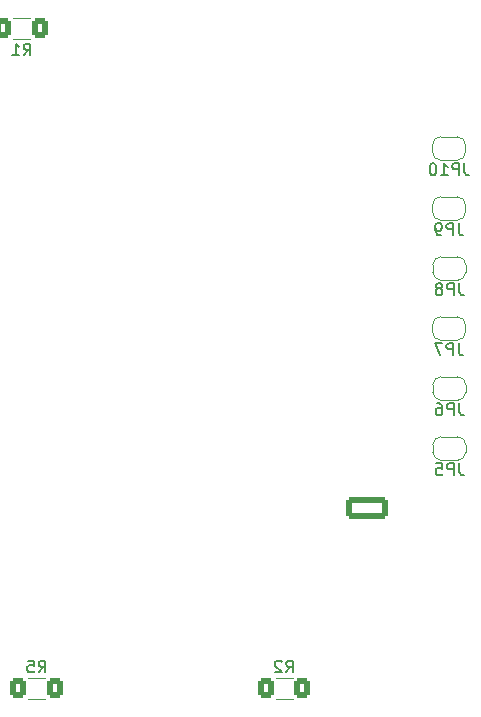
<source format=gbo>
G04 #@! TF.GenerationSoftware,KiCad,Pcbnew,9.0.2-9.0.2-0~ubuntu24.04.1*
G04 #@! TF.CreationDate,2025-08-24T21:10:56+02:00*
G04 #@! TF.ProjectId,unister,756e6973-7465-4722-9e6b-696361645f70,rev?*
G04 #@! TF.SameCoordinates,Original*
G04 #@! TF.FileFunction,Legend,Bot*
G04 #@! TF.FilePolarity,Positive*
%FSLAX46Y46*%
G04 Gerber Fmt 4.6, Leading zero omitted, Abs format (unit mm)*
G04 Created by KiCad (PCBNEW 9.0.2-9.0.2-0~ubuntu24.04.1) date 2025-08-24 21:10:56*
%MOMM*%
%LPD*%
G01*
G04 APERTURE LIST*
G04 Aperture macros list*
%AMRoundRect*
0 Rectangle with rounded corners*
0 $1 Rounding radius*
0 $2 $3 $4 $5 $6 $7 $8 $9 X,Y pos of 4 corners*
0 Add a 4 corners polygon primitive as box body*
4,1,4,$2,$3,$4,$5,$6,$7,$8,$9,$2,$3,0*
0 Add four circle primitives for the rounded corners*
1,1,$1+$1,$2,$3*
1,1,$1+$1,$4,$5*
1,1,$1+$1,$6,$7*
1,1,$1+$1,$8,$9*
0 Add four rect primitives between the rounded corners*
20,1,$1+$1,$2,$3,$4,$5,0*
20,1,$1+$1,$4,$5,$6,$7,0*
20,1,$1+$1,$6,$7,$8,$9,0*
20,1,$1+$1,$8,$9,$2,$3,0*%
%AMFreePoly0*
4,1,23,0.500000,-0.750000,0.000000,-0.750000,0.000000,-0.745722,-0.065263,-0.745722,-0.191342,-0.711940,-0.304381,-0.646677,-0.396677,-0.554381,-0.461940,-0.441342,-0.495722,-0.315263,-0.495722,-0.250000,-0.500000,-0.250000,-0.500000,0.250000,-0.495722,0.250000,-0.495722,0.315263,-0.461940,0.441342,-0.396677,0.554381,-0.304381,0.646677,-0.191342,0.711940,-0.065263,0.745722,0.000000,0.745722,
0.000000,0.750000,0.500000,0.750000,0.500000,-0.750000,0.500000,-0.750000,$1*%
%AMFreePoly1*
4,1,23,0.000000,0.745722,0.065263,0.745722,0.191342,0.711940,0.304381,0.646677,0.396677,0.554381,0.461940,0.441342,0.495722,0.315263,0.495722,0.250000,0.500000,0.250000,0.500000,-0.250000,0.495722,-0.250000,0.495722,-0.315263,0.461940,-0.441342,0.396677,-0.554381,0.304381,-0.646677,0.191342,-0.711940,0.065263,-0.745722,0.000000,-0.745722,0.000000,-0.750000,-0.500000,-0.750000,
-0.500000,0.750000,0.000000,0.750000,0.000000,0.745722,0.000000,0.745722,$1*%
G04 Aperture macros list end*
%ADD10C,0.150000*%
%ADD11C,0.120000*%
%ADD12C,1.600000*%
%ADD13O,1.600000X1.600000*%
%ADD14C,1.524000*%
%ADD15R,2.200000X2.200000*%
%ADD16O,2.200000X2.200000*%
%ADD17C,1.270000*%
%ADD18C,1.400000*%
%ADD19RoundRect,0.250000X1.550000X-0.650000X1.550000X0.650000X-1.550000X0.650000X-1.550000X-0.650000X0*%
%ADD20O,3.600000X1.800000*%
%ADD21RoundRect,0.250000X-0.650000X-1.550000X0.650000X-1.550000X0.650000X1.550000X-0.650000X1.550000X0*%
%ADD22O,1.800000X3.600000*%
%ADD23R,1.500000X1.500000*%
%ADD24C,1.500000*%
%ADD25R,2.500000X2.500000*%
%ADD26O,2.500000X2.500000*%
%ADD27RoundRect,0.500000X0.900000X-0.500000X0.900000X0.500000X-0.900000X0.500000X-0.900000X-0.500000X0*%
%ADD28O,2.800000X2.000000*%
%ADD29C,2.200000*%
%ADD30R,2.400000X2.400000*%
%ADD31O,2.400000X2.400000*%
%ADD32R,1.800000X1.800000*%
%ADD33C,1.800000*%
%ADD34RoundRect,0.650000X-0.650000X0.650000X-0.650000X-0.650000X0.650000X-0.650000X0.650000X0.650000X0*%
%ADD35C,2.600000*%
%ADD36R,2.000000X2.000000*%
%ADD37C,2.000000*%
%ADD38R,1.600000X1.600000*%
%ADD39FreePoly0,0.000000*%
%ADD40FreePoly1,0.000000*%
%ADD41RoundRect,0.250000X-0.400000X-0.625000X0.400000X-0.625000X0.400000X0.625000X-0.400000X0.625000X0*%
%ADD42RoundRect,0.250000X0.400000X0.625000X-0.400000X0.625000X-0.400000X-0.625000X0.400000X-0.625000X0*%
G04 APERTURE END LIST*
D10*
X221639523Y-66659819D02*
X221639523Y-67374104D01*
X221639523Y-67374104D02*
X221687142Y-67516961D01*
X221687142Y-67516961D02*
X221782380Y-67612200D01*
X221782380Y-67612200D02*
X221925237Y-67659819D01*
X221925237Y-67659819D02*
X222020475Y-67659819D01*
X221163332Y-67659819D02*
X221163332Y-66659819D01*
X221163332Y-66659819D02*
X220782380Y-66659819D01*
X220782380Y-66659819D02*
X220687142Y-66707438D01*
X220687142Y-66707438D02*
X220639523Y-66755057D01*
X220639523Y-66755057D02*
X220591904Y-66850295D01*
X220591904Y-66850295D02*
X220591904Y-66993152D01*
X220591904Y-66993152D02*
X220639523Y-67088390D01*
X220639523Y-67088390D02*
X220687142Y-67136009D01*
X220687142Y-67136009D02*
X220782380Y-67183628D01*
X220782380Y-67183628D02*
X221163332Y-67183628D01*
X219639523Y-67659819D02*
X220210951Y-67659819D01*
X219925237Y-67659819D02*
X219925237Y-66659819D01*
X219925237Y-66659819D02*
X220020475Y-66802676D01*
X220020475Y-66802676D02*
X220115713Y-66897914D01*
X220115713Y-66897914D02*
X220210951Y-66945533D01*
X219020475Y-66659819D02*
X218925237Y-66659819D01*
X218925237Y-66659819D02*
X218829999Y-66707438D01*
X218829999Y-66707438D02*
X218782380Y-66755057D01*
X218782380Y-66755057D02*
X218734761Y-66850295D01*
X218734761Y-66850295D02*
X218687142Y-67040771D01*
X218687142Y-67040771D02*
X218687142Y-67278866D01*
X218687142Y-67278866D02*
X218734761Y-67469342D01*
X218734761Y-67469342D02*
X218782380Y-67564580D01*
X218782380Y-67564580D02*
X218829999Y-67612200D01*
X218829999Y-67612200D02*
X218925237Y-67659819D01*
X218925237Y-67659819D02*
X219020475Y-67659819D01*
X219020475Y-67659819D02*
X219115713Y-67612200D01*
X219115713Y-67612200D02*
X219163332Y-67564580D01*
X219163332Y-67564580D02*
X219210951Y-67469342D01*
X219210951Y-67469342D02*
X219258570Y-67278866D01*
X219258570Y-67278866D02*
X219258570Y-67040771D01*
X219258570Y-67040771D02*
X219210951Y-66850295D01*
X219210951Y-66850295D02*
X219163332Y-66755057D01*
X219163332Y-66755057D02*
X219115713Y-66707438D01*
X219115713Y-66707438D02*
X219020475Y-66659819D01*
X221193333Y-76819819D02*
X221193333Y-77534104D01*
X221193333Y-77534104D02*
X221240952Y-77676961D01*
X221240952Y-77676961D02*
X221336190Y-77772200D01*
X221336190Y-77772200D02*
X221479047Y-77819819D01*
X221479047Y-77819819D02*
X221574285Y-77819819D01*
X220717142Y-77819819D02*
X220717142Y-76819819D01*
X220717142Y-76819819D02*
X220336190Y-76819819D01*
X220336190Y-76819819D02*
X220240952Y-76867438D01*
X220240952Y-76867438D02*
X220193333Y-76915057D01*
X220193333Y-76915057D02*
X220145714Y-77010295D01*
X220145714Y-77010295D02*
X220145714Y-77153152D01*
X220145714Y-77153152D02*
X220193333Y-77248390D01*
X220193333Y-77248390D02*
X220240952Y-77296009D01*
X220240952Y-77296009D02*
X220336190Y-77343628D01*
X220336190Y-77343628D02*
X220717142Y-77343628D01*
X219574285Y-77248390D02*
X219669523Y-77200771D01*
X219669523Y-77200771D02*
X219717142Y-77153152D01*
X219717142Y-77153152D02*
X219764761Y-77057914D01*
X219764761Y-77057914D02*
X219764761Y-77010295D01*
X219764761Y-77010295D02*
X219717142Y-76915057D01*
X219717142Y-76915057D02*
X219669523Y-76867438D01*
X219669523Y-76867438D02*
X219574285Y-76819819D01*
X219574285Y-76819819D02*
X219383809Y-76819819D01*
X219383809Y-76819819D02*
X219288571Y-76867438D01*
X219288571Y-76867438D02*
X219240952Y-76915057D01*
X219240952Y-76915057D02*
X219193333Y-77010295D01*
X219193333Y-77010295D02*
X219193333Y-77057914D01*
X219193333Y-77057914D02*
X219240952Y-77153152D01*
X219240952Y-77153152D02*
X219288571Y-77200771D01*
X219288571Y-77200771D02*
X219383809Y-77248390D01*
X219383809Y-77248390D02*
X219574285Y-77248390D01*
X219574285Y-77248390D02*
X219669523Y-77296009D01*
X219669523Y-77296009D02*
X219717142Y-77343628D01*
X219717142Y-77343628D02*
X219764761Y-77438866D01*
X219764761Y-77438866D02*
X219764761Y-77629342D01*
X219764761Y-77629342D02*
X219717142Y-77724580D01*
X219717142Y-77724580D02*
X219669523Y-77772200D01*
X219669523Y-77772200D02*
X219574285Y-77819819D01*
X219574285Y-77819819D02*
X219383809Y-77819819D01*
X219383809Y-77819819D02*
X219288571Y-77772200D01*
X219288571Y-77772200D02*
X219240952Y-77724580D01*
X219240952Y-77724580D02*
X219193333Y-77629342D01*
X219193333Y-77629342D02*
X219193333Y-77438866D01*
X219193333Y-77438866D02*
X219240952Y-77343628D01*
X219240952Y-77343628D02*
X219288571Y-77296009D01*
X219288571Y-77296009D02*
X219383809Y-77248390D01*
X221163333Y-81899819D02*
X221163333Y-82614104D01*
X221163333Y-82614104D02*
X221210952Y-82756961D01*
X221210952Y-82756961D02*
X221306190Y-82852200D01*
X221306190Y-82852200D02*
X221449047Y-82899819D01*
X221449047Y-82899819D02*
X221544285Y-82899819D01*
X220687142Y-82899819D02*
X220687142Y-81899819D01*
X220687142Y-81899819D02*
X220306190Y-81899819D01*
X220306190Y-81899819D02*
X220210952Y-81947438D01*
X220210952Y-81947438D02*
X220163333Y-81995057D01*
X220163333Y-81995057D02*
X220115714Y-82090295D01*
X220115714Y-82090295D02*
X220115714Y-82233152D01*
X220115714Y-82233152D02*
X220163333Y-82328390D01*
X220163333Y-82328390D02*
X220210952Y-82376009D01*
X220210952Y-82376009D02*
X220306190Y-82423628D01*
X220306190Y-82423628D02*
X220687142Y-82423628D01*
X219782380Y-81899819D02*
X219115714Y-81899819D01*
X219115714Y-81899819D02*
X219544285Y-82899819D01*
X221193333Y-86979819D02*
X221193333Y-87694104D01*
X221193333Y-87694104D02*
X221240952Y-87836961D01*
X221240952Y-87836961D02*
X221336190Y-87932200D01*
X221336190Y-87932200D02*
X221479047Y-87979819D01*
X221479047Y-87979819D02*
X221574285Y-87979819D01*
X220717142Y-87979819D02*
X220717142Y-86979819D01*
X220717142Y-86979819D02*
X220336190Y-86979819D01*
X220336190Y-86979819D02*
X220240952Y-87027438D01*
X220240952Y-87027438D02*
X220193333Y-87075057D01*
X220193333Y-87075057D02*
X220145714Y-87170295D01*
X220145714Y-87170295D02*
X220145714Y-87313152D01*
X220145714Y-87313152D02*
X220193333Y-87408390D01*
X220193333Y-87408390D02*
X220240952Y-87456009D01*
X220240952Y-87456009D02*
X220336190Y-87503628D01*
X220336190Y-87503628D02*
X220717142Y-87503628D01*
X219288571Y-86979819D02*
X219479047Y-86979819D01*
X219479047Y-86979819D02*
X219574285Y-87027438D01*
X219574285Y-87027438D02*
X219621904Y-87075057D01*
X219621904Y-87075057D02*
X219717142Y-87217914D01*
X219717142Y-87217914D02*
X219764761Y-87408390D01*
X219764761Y-87408390D02*
X219764761Y-87789342D01*
X219764761Y-87789342D02*
X219717142Y-87884580D01*
X219717142Y-87884580D02*
X219669523Y-87932200D01*
X219669523Y-87932200D02*
X219574285Y-87979819D01*
X219574285Y-87979819D02*
X219383809Y-87979819D01*
X219383809Y-87979819D02*
X219288571Y-87932200D01*
X219288571Y-87932200D02*
X219240952Y-87884580D01*
X219240952Y-87884580D02*
X219193333Y-87789342D01*
X219193333Y-87789342D02*
X219193333Y-87551247D01*
X219193333Y-87551247D02*
X219240952Y-87456009D01*
X219240952Y-87456009D02*
X219288571Y-87408390D01*
X219288571Y-87408390D02*
X219383809Y-87360771D01*
X219383809Y-87360771D02*
X219574285Y-87360771D01*
X219574285Y-87360771D02*
X219669523Y-87408390D01*
X219669523Y-87408390D02*
X219717142Y-87456009D01*
X219717142Y-87456009D02*
X219764761Y-87551247D01*
X221193333Y-92059819D02*
X221193333Y-92774104D01*
X221193333Y-92774104D02*
X221240952Y-92916961D01*
X221240952Y-92916961D02*
X221336190Y-93012200D01*
X221336190Y-93012200D02*
X221479047Y-93059819D01*
X221479047Y-93059819D02*
X221574285Y-93059819D01*
X220717142Y-93059819D02*
X220717142Y-92059819D01*
X220717142Y-92059819D02*
X220336190Y-92059819D01*
X220336190Y-92059819D02*
X220240952Y-92107438D01*
X220240952Y-92107438D02*
X220193333Y-92155057D01*
X220193333Y-92155057D02*
X220145714Y-92250295D01*
X220145714Y-92250295D02*
X220145714Y-92393152D01*
X220145714Y-92393152D02*
X220193333Y-92488390D01*
X220193333Y-92488390D02*
X220240952Y-92536009D01*
X220240952Y-92536009D02*
X220336190Y-92583628D01*
X220336190Y-92583628D02*
X220717142Y-92583628D01*
X219240952Y-92059819D02*
X219717142Y-92059819D01*
X219717142Y-92059819D02*
X219764761Y-92536009D01*
X219764761Y-92536009D02*
X219717142Y-92488390D01*
X219717142Y-92488390D02*
X219621904Y-92440771D01*
X219621904Y-92440771D02*
X219383809Y-92440771D01*
X219383809Y-92440771D02*
X219288571Y-92488390D01*
X219288571Y-92488390D02*
X219240952Y-92536009D01*
X219240952Y-92536009D02*
X219193333Y-92631247D01*
X219193333Y-92631247D02*
X219193333Y-92869342D01*
X219193333Y-92869342D02*
X219240952Y-92964580D01*
X219240952Y-92964580D02*
X219288571Y-93012200D01*
X219288571Y-93012200D02*
X219383809Y-93059819D01*
X219383809Y-93059819D02*
X219621904Y-93059819D01*
X219621904Y-93059819D02*
X219717142Y-93012200D01*
X219717142Y-93012200D02*
X219764761Y-92964580D01*
X184316666Y-57519819D02*
X184649999Y-57043628D01*
X184888094Y-57519819D02*
X184888094Y-56519819D01*
X184888094Y-56519819D02*
X184507142Y-56519819D01*
X184507142Y-56519819D02*
X184411904Y-56567438D01*
X184411904Y-56567438D02*
X184364285Y-56615057D01*
X184364285Y-56615057D02*
X184316666Y-56710295D01*
X184316666Y-56710295D02*
X184316666Y-56853152D01*
X184316666Y-56853152D02*
X184364285Y-56948390D01*
X184364285Y-56948390D02*
X184411904Y-56996009D01*
X184411904Y-56996009D02*
X184507142Y-57043628D01*
X184507142Y-57043628D02*
X184888094Y-57043628D01*
X183364285Y-57519819D02*
X183935713Y-57519819D01*
X183649999Y-57519819D02*
X183649999Y-56519819D01*
X183649999Y-56519819D02*
X183745237Y-56662676D01*
X183745237Y-56662676D02*
X183840475Y-56757914D01*
X183840475Y-56757914D02*
X183935713Y-56805533D01*
X206541666Y-109759819D02*
X206874999Y-109283628D01*
X207113094Y-109759819D02*
X207113094Y-108759819D01*
X207113094Y-108759819D02*
X206732142Y-108759819D01*
X206732142Y-108759819D02*
X206636904Y-108807438D01*
X206636904Y-108807438D02*
X206589285Y-108855057D01*
X206589285Y-108855057D02*
X206541666Y-108950295D01*
X206541666Y-108950295D02*
X206541666Y-109093152D01*
X206541666Y-109093152D02*
X206589285Y-109188390D01*
X206589285Y-109188390D02*
X206636904Y-109236009D01*
X206636904Y-109236009D02*
X206732142Y-109283628D01*
X206732142Y-109283628D02*
X207113094Y-109283628D01*
X206160713Y-108855057D02*
X206113094Y-108807438D01*
X206113094Y-108807438D02*
X206017856Y-108759819D01*
X206017856Y-108759819D02*
X205779761Y-108759819D01*
X205779761Y-108759819D02*
X205684523Y-108807438D01*
X205684523Y-108807438D02*
X205636904Y-108855057D01*
X205636904Y-108855057D02*
X205589285Y-108950295D01*
X205589285Y-108950295D02*
X205589285Y-109045533D01*
X205589285Y-109045533D02*
X205636904Y-109188390D01*
X205636904Y-109188390D02*
X206208332Y-109759819D01*
X206208332Y-109759819D02*
X205589285Y-109759819D01*
X185586666Y-109759819D02*
X185919999Y-109283628D01*
X186158094Y-109759819D02*
X186158094Y-108759819D01*
X186158094Y-108759819D02*
X185777142Y-108759819D01*
X185777142Y-108759819D02*
X185681904Y-108807438D01*
X185681904Y-108807438D02*
X185634285Y-108855057D01*
X185634285Y-108855057D02*
X185586666Y-108950295D01*
X185586666Y-108950295D02*
X185586666Y-109093152D01*
X185586666Y-109093152D02*
X185634285Y-109188390D01*
X185634285Y-109188390D02*
X185681904Y-109236009D01*
X185681904Y-109236009D02*
X185777142Y-109283628D01*
X185777142Y-109283628D02*
X186158094Y-109283628D01*
X184681904Y-108759819D02*
X185158094Y-108759819D01*
X185158094Y-108759819D02*
X185205713Y-109236009D01*
X185205713Y-109236009D02*
X185158094Y-109188390D01*
X185158094Y-109188390D02*
X185062856Y-109140771D01*
X185062856Y-109140771D02*
X184824761Y-109140771D01*
X184824761Y-109140771D02*
X184729523Y-109188390D01*
X184729523Y-109188390D02*
X184681904Y-109236009D01*
X184681904Y-109236009D02*
X184634285Y-109331247D01*
X184634285Y-109331247D02*
X184634285Y-109569342D01*
X184634285Y-109569342D02*
X184681904Y-109664580D01*
X184681904Y-109664580D02*
X184729523Y-109712200D01*
X184729523Y-109712200D02*
X184824761Y-109759819D01*
X184824761Y-109759819D02*
X185062856Y-109759819D01*
X185062856Y-109759819D02*
X185158094Y-109712200D01*
X185158094Y-109712200D02*
X185205713Y-109664580D01*
X221163333Y-71739819D02*
X221163333Y-72454104D01*
X221163333Y-72454104D02*
X221210952Y-72596961D01*
X221210952Y-72596961D02*
X221306190Y-72692200D01*
X221306190Y-72692200D02*
X221449047Y-72739819D01*
X221449047Y-72739819D02*
X221544285Y-72739819D01*
X220687142Y-72739819D02*
X220687142Y-71739819D01*
X220687142Y-71739819D02*
X220306190Y-71739819D01*
X220306190Y-71739819D02*
X220210952Y-71787438D01*
X220210952Y-71787438D02*
X220163333Y-71835057D01*
X220163333Y-71835057D02*
X220115714Y-71930295D01*
X220115714Y-71930295D02*
X220115714Y-72073152D01*
X220115714Y-72073152D02*
X220163333Y-72168390D01*
X220163333Y-72168390D02*
X220210952Y-72216009D01*
X220210952Y-72216009D02*
X220306190Y-72263628D01*
X220306190Y-72263628D02*
X220687142Y-72263628D01*
X219639523Y-72739819D02*
X219449047Y-72739819D01*
X219449047Y-72739819D02*
X219353809Y-72692200D01*
X219353809Y-72692200D02*
X219306190Y-72644580D01*
X219306190Y-72644580D02*
X219210952Y-72501723D01*
X219210952Y-72501723D02*
X219163333Y-72311247D01*
X219163333Y-72311247D02*
X219163333Y-71930295D01*
X219163333Y-71930295D02*
X219210952Y-71835057D01*
X219210952Y-71835057D02*
X219258571Y-71787438D01*
X219258571Y-71787438D02*
X219353809Y-71739819D01*
X219353809Y-71739819D02*
X219544285Y-71739819D01*
X219544285Y-71739819D02*
X219639523Y-71787438D01*
X219639523Y-71787438D02*
X219687142Y-71835057D01*
X219687142Y-71835057D02*
X219734761Y-71930295D01*
X219734761Y-71930295D02*
X219734761Y-72168390D01*
X219734761Y-72168390D02*
X219687142Y-72263628D01*
X219687142Y-72263628D02*
X219639523Y-72311247D01*
X219639523Y-72311247D02*
X219544285Y-72358866D01*
X219544285Y-72358866D02*
X219353809Y-72358866D01*
X219353809Y-72358866D02*
X219258571Y-72311247D01*
X219258571Y-72311247D02*
X219210952Y-72263628D01*
X219210952Y-72263628D02*
X219163333Y-72168390D01*
D11*
X218930000Y-65105000D02*
X218930000Y-65705000D01*
X219630000Y-66405000D02*
X221030000Y-66405000D01*
X221030000Y-64405000D02*
X219630000Y-64405000D01*
X221730000Y-65705000D02*
X221730000Y-65105000D01*
X218930000Y-65105000D02*
G75*
G02*
X219630000Y-64405000I699999J1D01*
G01*
X219630000Y-66405000D02*
G75*
G02*
X218930000Y-65705000I-1J699999D01*
G01*
X221030000Y-64405000D02*
G75*
G02*
X221730000Y-65105000I0J-700000D01*
G01*
X221730000Y-65705000D02*
G75*
G02*
X221030000Y-66405000I-700000J0D01*
G01*
X218960000Y-75265000D02*
X218960000Y-75865000D01*
X219660000Y-76565000D02*
X221060000Y-76565000D01*
X221060000Y-74565000D02*
X219660000Y-74565000D01*
X221760000Y-75865000D02*
X221760000Y-75265000D01*
X218960000Y-75265000D02*
G75*
G02*
X219660000Y-74565000I699999J1D01*
G01*
X219660000Y-76565000D02*
G75*
G02*
X218960000Y-75865000I-1J699999D01*
G01*
X221060000Y-74565000D02*
G75*
G02*
X221760000Y-75265000I0J-700000D01*
G01*
X221760000Y-75865000D02*
G75*
G02*
X221060000Y-76565000I-700000J0D01*
G01*
X218930000Y-80345000D02*
X218930000Y-80945000D01*
X219630000Y-81645000D02*
X221030000Y-81645000D01*
X221030000Y-79645000D02*
X219630000Y-79645000D01*
X221730000Y-80945000D02*
X221730000Y-80345000D01*
X218930000Y-80345000D02*
G75*
G02*
X219630000Y-79645000I699999J1D01*
G01*
X219630000Y-81645000D02*
G75*
G02*
X218930000Y-80945000I-1J699999D01*
G01*
X221030000Y-79645000D02*
G75*
G02*
X221730000Y-80345000I0J-700000D01*
G01*
X221730000Y-80945000D02*
G75*
G02*
X221030000Y-81645000I-700000J0D01*
G01*
X218960000Y-85425000D02*
X218960000Y-86025000D01*
X219660000Y-86725000D02*
X221060000Y-86725000D01*
X221060000Y-84725000D02*
X219660000Y-84725000D01*
X221760000Y-86025000D02*
X221760000Y-85425000D01*
X218960000Y-85425000D02*
G75*
G02*
X219660000Y-84725000I699999J1D01*
G01*
X219660000Y-86725000D02*
G75*
G02*
X218960000Y-86025000I-1J699999D01*
G01*
X221060000Y-84725000D02*
G75*
G02*
X221760000Y-85425000I0J-700000D01*
G01*
X221760000Y-86025000D02*
G75*
G02*
X221060000Y-86725000I-700000J0D01*
G01*
X218960000Y-90505000D02*
X218960000Y-91105000D01*
X219660000Y-91805000D02*
X221060000Y-91805000D01*
X221060000Y-89805000D02*
X219660000Y-89805000D01*
X221760000Y-91105000D02*
X221760000Y-90505000D01*
X218960000Y-90505000D02*
G75*
G02*
X219660000Y-89805000I699999J1D01*
G01*
X219660000Y-91805000D02*
G75*
G02*
X218960000Y-91105000I-1J699999D01*
G01*
X221060000Y-89805000D02*
G75*
G02*
X221760000Y-90505000I0J-700000D01*
G01*
X221760000Y-91105000D02*
G75*
G02*
X221060000Y-91805000I-700000J0D01*
G01*
X183422936Y-54335000D02*
X184877064Y-54335000D01*
X183422936Y-56155000D02*
X184877064Y-56155000D01*
X207102064Y-110215000D02*
X205647936Y-110215000D01*
X207102064Y-112035000D02*
X205647936Y-112035000D01*
X186147064Y-110215000D02*
X184692936Y-110215000D01*
X186147064Y-112035000D02*
X184692936Y-112035000D01*
X218930000Y-70185000D02*
X218930000Y-70785000D01*
X219630000Y-71485000D02*
X221030000Y-71485000D01*
X221030000Y-69485000D02*
X219630000Y-69485000D01*
X221730000Y-70785000D02*
X221730000Y-70185000D01*
X218930000Y-70185000D02*
G75*
G02*
X219630000Y-69485000I699999J1D01*
G01*
X219630000Y-71485000D02*
G75*
G02*
X218930000Y-70785000I-1J699999D01*
G01*
X221030000Y-69485000D02*
G75*
G02*
X221730000Y-70185000I0J-700000D01*
G01*
X221730000Y-70785000D02*
G75*
G02*
X221030000Y-71485000I-700000J0D01*
G01*
%LPC*%
D12*
X198755000Y-111125000D03*
D13*
X213995000Y-111125000D03*
D14*
X68580000Y-65405000D03*
X68580000Y-60325000D03*
D15*
X198755000Y-117475000D03*
D16*
X198755000Y-127635000D03*
D17*
X174460000Y-105420000D03*
X176060000Y-100320000D03*
D18*
X167640000Y-78105000D03*
D14*
X68580000Y-62865000D03*
D15*
X81297500Y-94615000D03*
D16*
X71137500Y-94615000D03*
D15*
X177800000Y-117475000D03*
D16*
X177800000Y-127635000D03*
D14*
X68580000Y-67945000D03*
D19*
X213360000Y-95885000D03*
D20*
X213360000Y-90805000D03*
X213360000Y-85725000D03*
X213360000Y-80645000D03*
X213360000Y-75565000D03*
X213360000Y-70485000D03*
X213360000Y-65405000D03*
X213360000Y-60325000D03*
D21*
X152400000Y-135255000D03*
D22*
X157480000Y-135255000D03*
X162560000Y-135255000D03*
D18*
X111760000Y-90805000D03*
D23*
X170815000Y-48895000D03*
D24*
X173355000Y-48895000D03*
X175895000Y-48895000D03*
D12*
X187920000Y-122555000D03*
X182920000Y-122555000D03*
X208835000Y-122555000D03*
X203835000Y-122555000D03*
D14*
X68580000Y-73025000D03*
D18*
X167640000Y-83185000D03*
D25*
X96537500Y-100965000D03*
D26*
X90537500Y-102965000D03*
X90537500Y-115165000D03*
X102537500Y-115165000D03*
X102537500Y-102965000D03*
D27*
X167640000Y-124935000D03*
X167640000Y-117665000D03*
D28*
X167640000Y-108585000D03*
X167640000Y-101315000D03*
D21*
X132088750Y-126365000D03*
D22*
X137168750Y-126365000D03*
X142248750Y-126365000D03*
D18*
X157480000Y-57785000D03*
D29*
X161000000Y-54000000D03*
D21*
X132088750Y-135255000D03*
D22*
X137168750Y-135255000D03*
X142248750Y-135255000D03*
D12*
X203160000Y-49715000D03*
X198160000Y-49715000D03*
D14*
X68580000Y-75565000D03*
D18*
X157480000Y-50165000D03*
D15*
X121955000Y-94615000D03*
D16*
X111795000Y-94615000D03*
D18*
X167640000Y-85725000D03*
D30*
X193040000Y-121585000D03*
D31*
X193040000Y-126665000D03*
D14*
X68580000Y-85725000D03*
D18*
X167640000Y-73025000D03*
D29*
X67100000Y-54000000D03*
D14*
X68580000Y-88265000D03*
D25*
X116875000Y-100965000D03*
D26*
X110875000Y-102965000D03*
X110875000Y-115165000D03*
X122875000Y-115165000D03*
X122875000Y-102965000D03*
D25*
X76200000Y-100965000D03*
D26*
X70200000Y-102965000D03*
X70200000Y-115165000D03*
X82200000Y-115165000D03*
X82200000Y-102965000D03*
D25*
X137160000Y-100965000D03*
D26*
X131160000Y-102965000D03*
X131160000Y-115165000D03*
X143160000Y-115165000D03*
X143160000Y-102965000D03*
D14*
X68580000Y-78105000D03*
D18*
X71120000Y-90805000D03*
D27*
X156845000Y-124840000D03*
X156845000Y-117570000D03*
D28*
X156845000Y-108490000D03*
X156845000Y-101220000D03*
D18*
X167640000Y-80645000D03*
D32*
X180340000Y-57785000D03*
D33*
X180340000Y-55245000D03*
D21*
X91457500Y-126365000D03*
D22*
X96537500Y-126365000D03*
X101617500Y-126365000D03*
D34*
X127000000Y-109220000D03*
D35*
X127000000Y-114300000D03*
D29*
X220500000Y-142000000D03*
D18*
X167640000Y-70485000D03*
X142240000Y-90805000D03*
D21*
X111777500Y-126365000D03*
D22*
X116857500Y-126365000D03*
X121937500Y-126365000D03*
D14*
X68580000Y-83185000D03*
X157480000Y-62865000D03*
X160020000Y-62865000D03*
X162560000Y-62865000D03*
X165100000Y-62865000D03*
X157480000Y-65405000D03*
X160020000Y-65405000D03*
X162560000Y-65405000D03*
X165100000Y-65405000D03*
X157480000Y-67945000D03*
X160020000Y-67945000D03*
X162560000Y-67945000D03*
X165100000Y-67945000D03*
X157480000Y-70485000D03*
X160020000Y-70485000D03*
X162560000Y-70485000D03*
X165100000Y-70485000D03*
X157480000Y-73025000D03*
X160020000Y-73025000D03*
X162560000Y-73025000D03*
X165100000Y-73025000D03*
X157480000Y-75565000D03*
X160020000Y-75565000D03*
X162560000Y-75565000D03*
X165100000Y-75565000D03*
X157480000Y-78105000D03*
X160020000Y-78105000D03*
X162560000Y-78105000D03*
X165100000Y-78105000D03*
X157480000Y-80645000D03*
X160020000Y-80645000D03*
X162560000Y-80645000D03*
X165100000Y-80645000D03*
X157480000Y-83185000D03*
X160020000Y-83185000D03*
X71120000Y-45085000D03*
X162560000Y-83185000D03*
X73660000Y-45085000D03*
X165100000Y-83185000D03*
X76200000Y-45085000D03*
X157480000Y-85725000D03*
X78740000Y-45085000D03*
X160020000Y-85725000D03*
X81280000Y-45085000D03*
X162560000Y-85725000D03*
X83820000Y-45085000D03*
X165100000Y-85725000D03*
X86360000Y-45085000D03*
X157480000Y-88265000D03*
X88900000Y-45085000D03*
X160020000Y-88265000D03*
X91440000Y-45085000D03*
X162560000Y-88265000D03*
X93980000Y-45085000D03*
X165100000Y-88265000D03*
X96520000Y-45085000D03*
X99060000Y-45085000D03*
X101600000Y-45085000D03*
X104140000Y-45085000D03*
X106680000Y-45085000D03*
X109220000Y-45085000D03*
X111760000Y-45085000D03*
X114300000Y-45085000D03*
X116840000Y-45085000D03*
X119380000Y-45085000D03*
X121920000Y-45085000D03*
X124460000Y-45085000D03*
X127000000Y-45085000D03*
X129540000Y-45085000D03*
X132080000Y-45085000D03*
X134620000Y-45085000D03*
X137160000Y-45085000D03*
X139700000Y-45085000D03*
X142240000Y-45085000D03*
X144780000Y-45085000D03*
X147320000Y-45085000D03*
X149860000Y-45085000D03*
X152400000Y-45085000D03*
X154940000Y-45085000D03*
X71120000Y-47625000D03*
X73660000Y-47625000D03*
X76200000Y-47625000D03*
X78740000Y-47625000D03*
X81280000Y-47625000D03*
X83820000Y-47625000D03*
X86360000Y-47625000D03*
X88900000Y-47625000D03*
X91440000Y-47625000D03*
X93980000Y-47625000D03*
X96520000Y-47625000D03*
X99060000Y-47625000D03*
X101600000Y-47625000D03*
X104140000Y-47625000D03*
X106680000Y-47625000D03*
X109220000Y-47625000D03*
X111760000Y-47625000D03*
X114300000Y-47625000D03*
X116840000Y-47625000D03*
X119380000Y-47625000D03*
X121920000Y-47625000D03*
X124460000Y-47625000D03*
X127000000Y-47625000D03*
X129540000Y-47625000D03*
X132080000Y-47625000D03*
X134620000Y-47625000D03*
X137160000Y-47625000D03*
X139700000Y-47625000D03*
X142240000Y-47625000D03*
X144780000Y-47625000D03*
X147320000Y-47625000D03*
X149860000Y-47625000D03*
X152400000Y-47625000D03*
X154940000Y-47625000D03*
X71120000Y-50165000D03*
X73660000Y-50165000D03*
X76200000Y-50165000D03*
X78740000Y-50165000D03*
X81280000Y-50165000D03*
X83820000Y-50165000D03*
X86360000Y-50165000D03*
X88900000Y-50165000D03*
X91440000Y-50165000D03*
X93980000Y-50165000D03*
X96520000Y-50165000D03*
X99060000Y-50165000D03*
X101600000Y-50165000D03*
X104140000Y-50165000D03*
X106680000Y-50165000D03*
X109220000Y-50165000D03*
X111760000Y-50165000D03*
X114300000Y-50165000D03*
X116840000Y-50165000D03*
X119380000Y-50165000D03*
X121920000Y-50165000D03*
X124460000Y-50165000D03*
X127000000Y-50165000D03*
X129540000Y-50165000D03*
X132080000Y-50165000D03*
X134620000Y-50165000D03*
X137160000Y-50165000D03*
X139700000Y-50165000D03*
X142240000Y-50165000D03*
X144780000Y-50165000D03*
X147320000Y-50165000D03*
X149860000Y-50165000D03*
X152400000Y-50165000D03*
X154940000Y-50165000D03*
X71120000Y-52705000D03*
X73660000Y-52705000D03*
X76200000Y-52705000D03*
X78740000Y-52705000D03*
X81280000Y-52705000D03*
X83820000Y-52705000D03*
X86360000Y-52705000D03*
X88900000Y-52705000D03*
X91440000Y-52705000D03*
X93980000Y-52705000D03*
X96520000Y-52705000D03*
X99060000Y-52705000D03*
X101600000Y-52705000D03*
X104140000Y-52705000D03*
X106680000Y-52705000D03*
X109220000Y-52705000D03*
X111760000Y-52705000D03*
X114300000Y-52705000D03*
X116840000Y-52705000D03*
X119380000Y-52705000D03*
X121920000Y-52705000D03*
X124460000Y-52705000D03*
X127000000Y-52705000D03*
X129540000Y-52705000D03*
X132080000Y-52705000D03*
X134620000Y-52705000D03*
X137160000Y-52705000D03*
X139700000Y-52705000D03*
X142240000Y-52705000D03*
X144780000Y-52705000D03*
X147320000Y-52705000D03*
X149860000Y-52705000D03*
X152400000Y-52705000D03*
X154940000Y-52705000D03*
X71120000Y-55245000D03*
X73660000Y-55245000D03*
X76200000Y-55245000D03*
X78740000Y-55245000D03*
X81280000Y-55245000D03*
X83820000Y-55245000D03*
X86360000Y-55245000D03*
X88900000Y-55245000D03*
X91440000Y-55245000D03*
X93980000Y-55245000D03*
X96520000Y-55245000D03*
X99060000Y-55245000D03*
X101600000Y-55245000D03*
X104140000Y-55245000D03*
X106680000Y-55245000D03*
X109220000Y-55245000D03*
X111760000Y-55245000D03*
X114300000Y-55245000D03*
X116840000Y-55245000D03*
X119380000Y-55245000D03*
X121920000Y-55245000D03*
X124460000Y-55245000D03*
X127000000Y-55245000D03*
X129540000Y-55245000D03*
X132080000Y-55245000D03*
X134620000Y-55245000D03*
X137160000Y-55245000D03*
X139700000Y-55245000D03*
X142240000Y-55245000D03*
X144780000Y-55245000D03*
X147320000Y-55245000D03*
X149860000Y-55245000D03*
X152400000Y-55245000D03*
X154940000Y-55245000D03*
X71120000Y-57785000D03*
X73660000Y-57785000D03*
X76200000Y-57785000D03*
X78740000Y-57785000D03*
X81280000Y-57785000D03*
X83820000Y-57785000D03*
X86360000Y-57785000D03*
X88900000Y-57785000D03*
X91440000Y-57785000D03*
X93980000Y-57785000D03*
X96520000Y-57785000D03*
X99060000Y-57785000D03*
X101600000Y-57785000D03*
X104140000Y-57785000D03*
X106680000Y-57785000D03*
X109220000Y-57785000D03*
X111760000Y-57785000D03*
X114300000Y-57785000D03*
X116840000Y-57785000D03*
X119380000Y-57785000D03*
X121920000Y-57785000D03*
X124460000Y-57785000D03*
X127000000Y-57785000D03*
X129540000Y-57785000D03*
X132080000Y-57785000D03*
X134620000Y-57785000D03*
X137160000Y-57785000D03*
X139700000Y-57785000D03*
X142240000Y-57785000D03*
X144780000Y-57785000D03*
X147320000Y-57785000D03*
X149860000Y-57785000D03*
X152400000Y-57785000D03*
X154940000Y-57785000D03*
X71120000Y-60325000D03*
X73660000Y-60325000D03*
X76200000Y-60325000D03*
X78740000Y-60325000D03*
X81280000Y-60325000D03*
X83820000Y-60325000D03*
X86360000Y-60325000D03*
X88900000Y-60325000D03*
X91440000Y-60325000D03*
X93980000Y-60325000D03*
X96520000Y-60325000D03*
X99060000Y-60325000D03*
X101600000Y-60325000D03*
X104140000Y-60325000D03*
X106680000Y-60325000D03*
X109220000Y-60325000D03*
X111760000Y-60325000D03*
X114300000Y-60325000D03*
X116840000Y-60325000D03*
X119380000Y-60325000D03*
X121920000Y-60325000D03*
X124460000Y-60325000D03*
X127000000Y-60325000D03*
X129540000Y-60325000D03*
X132080000Y-60325000D03*
X134620000Y-60325000D03*
X137160000Y-60325000D03*
X139700000Y-60325000D03*
X142240000Y-60325000D03*
X144780000Y-60325000D03*
X147320000Y-60325000D03*
X149860000Y-60325000D03*
X152400000Y-60325000D03*
X154940000Y-60325000D03*
X71120000Y-62865000D03*
X73660000Y-62865000D03*
X76200000Y-62865000D03*
X78740000Y-62865000D03*
X81280000Y-62865000D03*
X83820000Y-62865000D03*
X86360000Y-62865000D03*
X88900000Y-62865000D03*
X91440000Y-62865000D03*
X93980000Y-62865000D03*
X96520000Y-62865000D03*
X99060000Y-62865000D03*
X101600000Y-62865000D03*
X104140000Y-62865000D03*
X106680000Y-62865000D03*
X109220000Y-62865000D03*
X111760000Y-62865000D03*
X114300000Y-62865000D03*
X116840000Y-62865000D03*
X119380000Y-62865000D03*
X121920000Y-62865000D03*
X124460000Y-62865000D03*
X127000000Y-62865000D03*
X129540000Y-62865000D03*
X132080000Y-62865000D03*
X134620000Y-62865000D03*
X137160000Y-62865000D03*
X139700000Y-62865000D03*
X142240000Y-62865000D03*
X144780000Y-62865000D03*
X147320000Y-62865000D03*
X149860000Y-62865000D03*
X152400000Y-62865000D03*
X154940000Y-62865000D03*
X71120000Y-65405000D03*
X73660000Y-65405000D03*
X76200000Y-65405000D03*
X78740000Y-65405000D03*
X81280000Y-65405000D03*
X83820000Y-65405000D03*
X86360000Y-65405000D03*
X88900000Y-65405000D03*
X91440000Y-65405000D03*
X93980000Y-65405000D03*
X96520000Y-65405000D03*
X99060000Y-65405000D03*
X101600000Y-65405000D03*
X104140000Y-65405000D03*
X106680000Y-65405000D03*
X109220000Y-65405000D03*
X111760000Y-65405000D03*
X114300000Y-65405000D03*
X116840000Y-65405000D03*
X119380000Y-65405000D03*
X121920000Y-65405000D03*
X124460000Y-65405000D03*
X127000000Y-65405000D03*
X129540000Y-65405000D03*
X132080000Y-65405000D03*
X134620000Y-65405000D03*
X137160000Y-65405000D03*
X139700000Y-65405000D03*
X142240000Y-65405000D03*
X144780000Y-65405000D03*
X147320000Y-65405000D03*
X149860000Y-65405000D03*
X152400000Y-65405000D03*
X154940000Y-65405000D03*
X71120000Y-67945000D03*
X73660000Y-67945000D03*
X76200000Y-67945000D03*
X78740000Y-67945000D03*
X81280000Y-67945000D03*
X83820000Y-67945000D03*
X86360000Y-67945000D03*
X88900000Y-67945000D03*
X91440000Y-67945000D03*
X93980000Y-67945000D03*
X96520000Y-67945000D03*
X99060000Y-67945000D03*
X101600000Y-67945000D03*
X104140000Y-67945000D03*
X106680000Y-67945000D03*
X109220000Y-67945000D03*
X111760000Y-67945000D03*
X114300000Y-67945000D03*
X116840000Y-67945000D03*
X119380000Y-67945000D03*
X121920000Y-67945000D03*
X124460000Y-67945000D03*
X127000000Y-67945000D03*
X129540000Y-67945000D03*
X132080000Y-67945000D03*
X134620000Y-67945000D03*
X137160000Y-67945000D03*
X139700000Y-67945000D03*
X142240000Y-67945000D03*
X144780000Y-67945000D03*
X147320000Y-67945000D03*
X149860000Y-67945000D03*
X152400000Y-67945000D03*
X154940000Y-67945000D03*
X71120000Y-70485000D03*
X73660000Y-70485000D03*
X76200000Y-70485000D03*
X78740000Y-70485000D03*
X81280000Y-70485000D03*
X83820000Y-70485000D03*
X86360000Y-70485000D03*
X88900000Y-70485000D03*
X91440000Y-70485000D03*
X93980000Y-70485000D03*
X96520000Y-70485000D03*
X99060000Y-70485000D03*
X101600000Y-70485000D03*
X104140000Y-70485000D03*
X106680000Y-70485000D03*
X109220000Y-70485000D03*
X111760000Y-70485000D03*
X114300000Y-70485000D03*
X116840000Y-70485000D03*
X119380000Y-70485000D03*
X121920000Y-70485000D03*
X124460000Y-70485000D03*
X127000000Y-70485000D03*
X129540000Y-70485000D03*
X132080000Y-70485000D03*
X134620000Y-70485000D03*
X137160000Y-70485000D03*
X139700000Y-70485000D03*
X142240000Y-70485000D03*
X144780000Y-70485000D03*
X147320000Y-70485000D03*
X149860000Y-70485000D03*
X152400000Y-70485000D03*
X154940000Y-70485000D03*
X71120000Y-73025000D03*
X73660000Y-73025000D03*
X76200000Y-73025000D03*
X78740000Y-73025000D03*
X81280000Y-73025000D03*
X83820000Y-73025000D03*
X86360000Y-73025000D03*
X88900000Y-73025000D03*
X91440000Y-73025000D03*
X93980000Y-73025000D03*
X96520000Y-73025000D03*
X99060000Y-73025000D03*
X101600000Y-73025000D03*
X104140000Y-73025000D03*
X106680000Y-73025000D03*
X109220000Y-73025000D03*
X111760000Y-73025000D03*
X114300000Y-73025000D03*
X116840000Y-73025000D03*
X119380000Y-73025000D03*
X121920000Y-73025000D03*
X124460000Y-73025000D03*
X127000000Y-73025000D03*
X129540000Y-73025000D03*
X132080000Y-73025000D03*
X134620000Y-73025000D03*
X137160000Y-73025000D03*
X139700000Y-73025000D03*
X142240000Y-73025000D03*
X144780000Y-73025000D03*
X147320000Y-73025000D03*
X149860000Y-73025000D03*
X152400000Y-73025000D03*
X154940000Y-73025000D03*
X71120000Y-75565000D03*
X73660000Y-75565000D03*
X76200000Y-75565000D03*
X78740000Y-75565000D03*
X81280000Y-75565000D03*
X83820000Y-75565000D03*
X86360000Y-75565000D03*
X88900000Y-75565000D03*
X91440000Y-75565000D03*
X93980000Y-75565000D03*
X96520000Y-75565000D03*
X99060000Y-75565000D03*
X101600000Y-75565000D03*
X104140000Y-75565000D03*
X106680000Y-75565000D03*
X109220000Y-75565000D03*
X111760000Y-75565000D03*
X114300000Y-75565000D03*
X116840000Y-75565000D03*
X119380000Y-75565000D03*
X121920000Y-75565000D03*
X124460000Y-75565000D03*
X127000000Y-75565000D03*
X129540000Y-75565000D03*
X132080000Y-75565000D03*
X134620000Y-75565000D03*
X137160000Y-75565000D03*
X139700000Y-75565000D03*
X142240000Y-75565000D03*
X144780000Y-75565000D03*
X147320000Y-75565000D03*
X149860000Y-75565000D03*
X152400000Y-75565000D03*
X154940000Y-75565000D03*
X71120000Y-78105000D03*
X73660000Y-78105000D03*
X76200000Y-78105000D03*
X78740000Y-78105000D03*
X81280000Y-78105000D03*
X83820000Y-78105000D03*
X86360000Y-78105000D03*
X88900000Y-78105000D03*
X91440000Y-78105000D03*
X93980000Y-78105000D03*
X96520000Y-78105000D03*
X99060000Y-78105000D03*
X101600000Y-78105000D03*
X104140000Y-78105000D03*
X106680000Y-78105000D03*
X109220000Y-78105000D03*
X111760000Y-78105000D03*
X114300000Y-78105000D03*
X116840000Y-78105000D03*
X119380000Y-78105000D03*
X121920000Y-78105000D03*
X124460000Y-78105000D03*
X127000000Y-78105000D03*
X129540000Y-78105000D03*
X132080000Y-78105000D03*
X134620000Y-78105000D03*
X137160000Y-78105000D03*
X139700000Y-78105000D03*
X142240000Y-78105000D03*
X144780000Y-78105000D03*
X147320000Y-78105000D03*
X149860000Y-78105000D03*
X152400000Y-78105000D03*
X154940000Y-78105000D03*
X71120000Y-80645000D03*
X73660000Y-80645000D03*
X76200000Y-80645000D03*
X78740000Y-80645000D03*
X81280000Y-80645000D03*
X83820000Y-80645000D03*
X86360000Y-80645000D03*
X88900000Y-80645000D03*
X91440000Y-80645000D03*
X93980000Y-80645000D03*
X96520000Y-80645000D03*
X99060000Y-80645000D03*
X101600000Y-80645000D03*
X104140000Y-80645000D03*
X106680000Y-80645000D03*
X109220000Y-80645000D03*
X111760000Y-80645000D03*
X114300000Y-80645000D03*
X116840000Y-80645000D03*
X119380000Y-80645000D03*
X121920000Y-80645000D03*
X124460000Y-80645000D03*
X127000000Y-80645000D03*
X129540000Y-80645000D03*
X132080000Y-80645000D03*
X134620000Y-80645000D03*
X137160000Y-80645000D03*
X139700000Y-80645000D03*
X142240000Y-80645000D03*
X144780000Y-80645000D03*
X147320000Y-80645000D03*
X149860000Y-80645000D03*
X152400000Y-80645000D03*
X154940000Y-80645000D03*
X71120000Y-83185000D03*
X73660000Y-83185000D03*
X76200000Y-83185000D03*
X78740000Y-83185000D03*
X81280000Y-83185000D03*
X83820000Y-83185000D03*
X86360000Y-83185000D03*
X88900000Y-83185000D03*
X91440000Y-83185000D03*
X93980000Y-83185000D03*
X96520000Y-83185000D03*
X99060000Y-83185000D03*
X101600000Y-83185000D03*
X104140000Y-83185000D03*
X106680000Y-83185000D03*
X109220000Y-83185000D03*
X111760000Y-83185000D03*
X114300000Y-83185000D03*
X116840000Y-83185000D03*
X119380000Y-83185000D03*
X121920000Y-83185000D03*
X124460000Y-83185000D03*
X127000000Y-83185000D03*
X129540000Y-83185000D03*
X132080000Y-83185000D03*
X134620000Y-83185000D03*
X137160000Y-83185000D03*
X139700000Y-83185000D03*
X142240000Y-83185000D03*
X144780000Y-83185000D03*
X147320000Y-83185000D03*
X149860000Y-83185000D03*
X152400000Y-83185000D03*
X154940000Y-83185000D03*
X71120000Y-85725000D03*
X73660000Y-85725000D03*
X76200000Y-85725000D03*
X78740000Y-85725000D03*
X81280000Y-85725000D03*
X83820000Y-85725000D03*
X86360000Y-85725000D03*
X88900000Y-85725000D03*
X91440000Y-85725000D03*
X93980000Y-85725000D03*
X96520000Y-85725000D03*
X99060000Y-85725000D03*
X101600000Y-85725000D03*
X104140000Y-85725000D03*
X106680000Y-85725000D03*
X109220000Y-85725000D03*
X111760000Y-85725000D03*
X114300000Y-85725000D03*
X116840000Y-85725000D03*
X119380000Y-85725000D03*
X121920000Y-85725000D03*
X124460000Y-85725000D03*
X127000000Y-85725000D03*
X129540000Y-85725000D03*
X132080000Y-85725000D03*
X134620000Y-85725000D03*
X137160000Y-85725000D03*
X139700000Y-85725000D03*
X142240000Y-85725000D03*
X144780000Y-85725000D03*
X147320000Y-85725000D03*
X149860000Y-85725000D03*
X152400000Y-85725000D03*
X154940000Y-85725000D03*
X71120000Y-88265000D03*
X73660000Y-88265000D03*
X76200000Y-88265000D03*
X78740000Y-88265000D03*
X81280000Y-88265000D03*
X83820000Y-88265000D03*
X86360000Y-88265000D03*
X88900000Y-88265000D03*
X91440000Y-88265000D03*
X93980000Y-88265000D03*
X96520000Y-88265000D03*
X99060000Y-88265000D03*
X101600000Y-88265000D03*
X104140000Y-88265000D03*
X106680000Y-88265000D03*
X109220000Y-88265000D03*
X111760000Y-88265000D03*
X114300000Y-88265000D03*
X116840000Y-88265000D03*
X119380000Y-88265000D03*
X121920000Y-88265000D03*
X124460000Y-88265000D03*
X127000000Y-88265000D03*
X129540000Y-88265000D03*
X132080000Y-88265000D03*
X134620000Y-88265000D03*
X137160000Y-88265000D03*
X139700000Y-88265000D03*
X142240000Y-88265000D03*
X144780000Y-88265000D03*
X147320000Y-88265000D03*
X149860000Y-88265000D03*
X152400000Y-88265000D03*
X154940000Y-88265000D03*
X157480000Y-60325000D03*
X160020000Y-60325000D03*
X162560000Y-60325000D03*
X165100000Y-60325000D03*
D21*
X193675000Y-135255000D03*
D22*
X198755000Y-135255000D03*
X203835000Y-135255000D03*
X208915000Y-135255000D03*
D12*
X191770000Y-49715000D03*
X186770000Y-49715000D03*
X170180000Y-60920000D03*
X170180000Y-59670000D03*
X170180000Y-57170000D03*
X170180000Y-55920000D03*
D15*
X142248750Y-94615000D03*
D16*
X132088750Y-94615000D03*
D18*
X132080000Y-90805000D03*
D36*
X188025000Y-97100000D03*
D37*
X194025000Y-97100000D03*
X182025000Y-63500000D03*
X200025000Y-63500000D03*
D14*
X68580000Y-70485000D03*
D18*
X91440000Y-90805000D03*
D34*
X86360000Y-109220000D03*
D35*
X86360000Y-114300000D03*
D38*
X202565000Y-103505000D03*
D13*
X202565000Y-106045000D03*
X210185000Y-106045000D03*
X210185000Y-103505000D03*
D21*
X91457500Y-135255000D03*
D22*
X96537500Y-135255000D03*
X101617500Y-135255000D03*
D21*
X71137500Y-126365000D03*
D22*
X76217500Y-126365000D03*
X81297500Y-126365000D03*
D17*
X214630000Y-51435000D03*
X209530000Y-49835000D03*
D29*
X161000000Y-142000000D03*
D18*
X167640000Y-75565000D03*
D34*
X66040000Y-109220000D03*
D35*
X66040000Y-114300000D03*
D29*
X67100000Y-142000000D03*
D21*
X172720000Y-135255000D03*
D22*
X177800000Y-135255000D03*
X182880000Y-135255000D03*
X187960000Y-135255000D03*
D29*
X220500000Y-54000000D03*
D18*
X167640000Y-88265000D03*
D21*
X71137500Y-135255000D03*
D22*
X76217500Y-135255000D03*
X81297500Y-135255000D03*
D34*
X106697500Y-109220000D03*
D35*
X106697500Y-114300000D03*
D38*
X181620000Y-103500000D03*
D13*
X181620000Y-106040000D03*
X189240000Y-106040000D03*
X189240000Y-103500000D03*
D18*
X144780000Y-90805000D03*
D12*
X175260000Y-60920000D03*
X175260000Y-59670000D03*
X175260000Y-57170000D03*
X175260000Y-55920000D03*
D21*
X111777500Y-135255000D03*
D22*
X116857500Y-135255000D03*
X121937500Y-135255000D03*
D12*
X177800000Y-111125000D03*
D13*
X193040000Y-111125000D03*
D18*
X167640000Y-65405000D03*
X167640000Y-67945000D03*
D14*
X68580000Y-80645000D03*
D15*
X101617500Y-94615000D03*
D16*
X91457500Y-94615000D03*
D30*
X213995000Y-121585000D03*
D31*
X213995000Y-126665000D03*
D39*
X219680000Y-65405000D03*
D40*
X220980000Y-65405000D03*
D39*
X219710000Y-75565000D03*
D40*
X221010000Y-75565000D03*
D39*
X219680000Y-80645000D03*
D40*
X220980000Y-80645000D03*
D39*
X219710000Y-85725000D03*
D40*
X221010000Y-85725000D03*
D39*
X219710000Y-90805000D03*
D40*
X221010000Y-90805000D03*
D41*
X182600000Y-55245000D03*
X185700000Y-55245000D03*
D42*
X207925000Y-111125000D03*
X204825000Y-111125000D03*
X186970000Y-111125000D03*
X183870000Y-111125000D03*
D39*
X219680000Y-70485000D03*
D40*
X220980000Y-70485000D03*
%LPD*%
M02*

</source>
